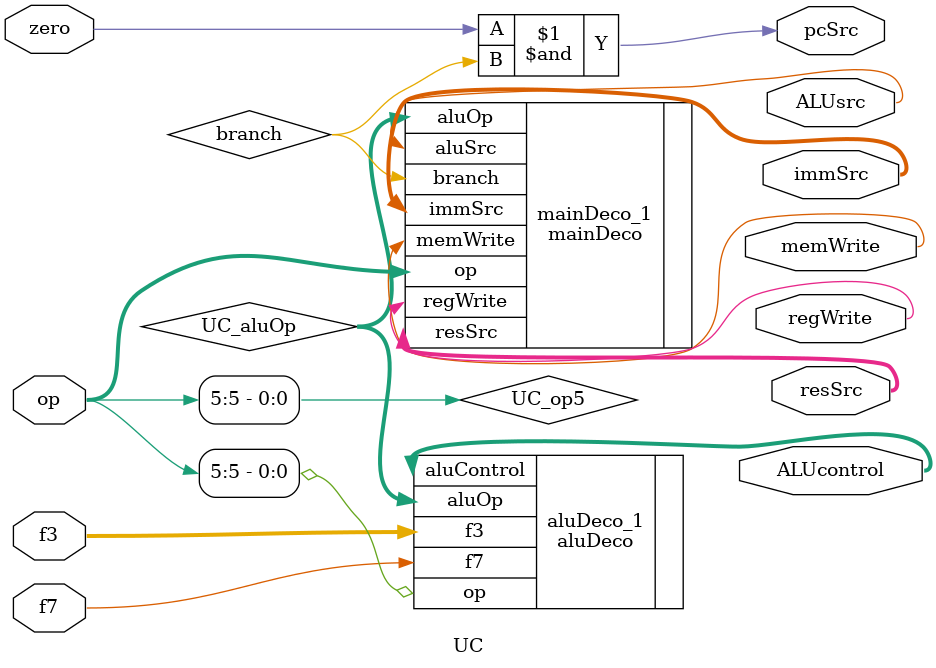
<source format=v>
module UC(
    input wire f7,
    input wire [2:0] f3,
    input wire [6:0] op,
    input wire zero,
    output wire pcSrc, memWrite, ALUsrc, regWrite,
    output wire [2:0] ALUcontrol,
    output wire [1:0] immSrc, resSrc
);
// Señales internas
wire [1:0] UC_aluOp;
wire branch, jump;

// Instancia del decodificador principal
mainDeco mainDeco_1(
    .op(op),
    .branch(branch),
    .immSrc(immSrc),
    .memWrite(memWrite),
    .resSrc(resSrc),
    .aluSrc(ALUsrc),
    .regWrite(regWrite),
    .aluOp(UC_aluOp)
);

// Señal auxiliar para op[5]
wire UC_op5;
assign UC_op5 = op[5];

// Instancia del decodificador de ALU
aluDeco aluDeco_1(
    .op(UC_op5), 
    .f3(f3),
    .f7(f7),
    .aluOp(UC_aluOp),
    .aluControl(ALUcontrol)
);

// Lógica para determinar pcSrc
assign pcSrc = (zero & branch);

endmodule
</source>
